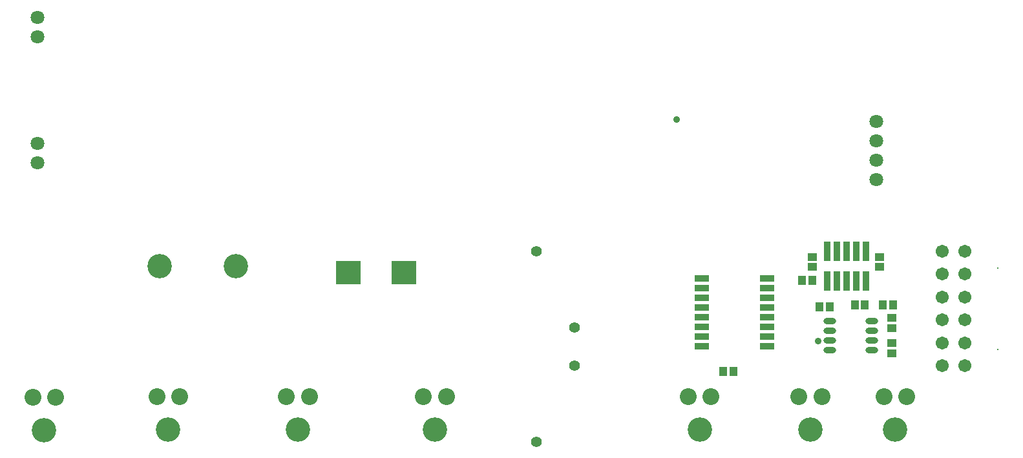
<source format=gbr>
%TF.GenerationSoftware,Altium Limited,Altium Designer,19.1.8 (144)*%
G04 Layer_Color=8388736*
%FSLAX26Y26*%
%MOIN*%
%TF.FileFunction,Soldermask,Top*%
%TF.Part,Single*%
G01*
G75*
%TA.AperFunction,SMDPad,CuDef*%
%ADD62R,0.043433X0.047370*%
%ADD64R,0.041465X0.045402*%
%ADD66R,0.045402X0.041465*%
%TA.AperFunction,ComponentPad*%
%ADD83C,0.126110*%
%ADD84C,0.086740*%
%ADD85C,0.070992*%
%ADD86C,0.008000*%
%ADD87C,0.067055*%
%ADD88C,0.055244*%
%TA.AperFunction,ViaPad*%
%ADD89C,0.035559*%
%TA.AperFunction,SMDPad,CuDef*%
%ADD90R,0.037921X0.102488*%
%ADD91O,0.065087X0.031622*%
%ADD92R,0.073748X0.037921*%
%ADD93R,0.126110X0.122173*%
D62*
X3578976Y3008228D02*
D03*
X3632126D02*
D03*
X3995118Y2883071D02*
D03*
X4048268D02*
D03*
X3723110Y2872283D02*
D03*
X3669961D02*
D03*
D64*
X3172840Y2540238D02*
D03*
X3224021D02*
D03*
X3850079Y2883071D02*
D03*
X3901260D02*
D03*
D66*
X3978454Y3129910D02*
D03*
Y3078729D02*
D03*
X4040394Y2684252D02*
D03*
Y2633071D02*
D03*
X3631145Y3130591D02*
D03*
Y3079410D02*
D03*
X4040394Y2763071D02*
D03*
Y2814252D02*
D03*
D83*
X-330147Y2236486D02*
D03*
X310000Y2240000D02*
D03*
X977889Y2239161D02*
D03*
X266364Y3082771D02*
D03*
X660065D02*
D03*
X3050945Y2240000D02*
D03*
X3622244D02*
D03*
X4059646D02*
D03*
X1685000D02*
D03*
D84*
X-389202Y2406565D02*
D03*
X-271092D02*
D03*
X250945Y2410079D02*
D03*
X369055D02*
D03*
X918834Y2409240D02*
D03*
X1036944D02*
D03*
X2991890Y2410079D02*
D03*
X3110000D02*
D03*
X3563189D02*
D03*
X3681299D02*
D03*
X4000591D02*
D03*
X4118701D02*
D03*
X1625945D02*
D03*
X1744055D02*
D03*
D85*
X3961732Y3530276D02*
D03*
Y3630276D02*
D03*
Y3730276D02*
D03*
Y3830276D02*
D03*
X-363268Y3715276D02*
D03*
Y3615276D02*
D03*
Y4365276D02*
D03*
Y4265276D02*
D03*
D86*
X4590000Y3073976D02*
D03*
Y2653504D02*
D03*
D87*
X4301811Y3159016D02*
D03*
Y3040905D02*
D03*
Y2922795D02*
D03*
Y2804685D02*
D03*
Y2686575D02*
D03*
Y2568465D02*
D03*
X4419921Y3159016D02*
D03*
Y3040905D02*
D03*
Y2922795D02*
D03*
Y2804685D02*
D03*
Y2686575D02*
D03*
Y2568465D02*
D03*
D88*
X2208150Y2176299D02*
D03*
X2405000Y2570000D02*
D03*
X2208150Y3160551D02*
D03*
X2405000Y2766850D02*
D03*
D89*
X3661417Y2696850D02*
D03*
X2933071Y3838583D02*
D03*
D90*
X3910000Y3159016D02*
D03*
Y3005472D02*
D03*
X3860000Y3159016D02*
D03*
Y3005472D02*
D03*
X3810000Y3159016D02*
D03*
Y3005472D02*
D03*
X3760000Y3159016D02*
D03*
Y3005472D02*
D03*
X3710000Y3159016D02*
D03*
Y3005472D02*
D03*
D91*
X3723110Y2798071D02*
D03*
Y2748071D02*
D03*
Y2698071D02*
D03*
Y2648071D02*
D03*
X3937677Y2798071D02*
D03*
Y2748071D02*
D03*
Y2698071D02*
D03*
Y2648071D02*
D03*
D92*
X3397953Y2670551D02*
D03*
Y2720551D02*
D03*
Y2770551D02*
D03*
Y2820551D02*
D03*
Y2870551D02*
D03*
Y2920551D02*
D03*
Y2970551D02*
D03*
Y3020551D02*
D03*
X3062126D02*
D03*
Y2970551D02*
D03*
Y2920551D02*
D03*
Y2870551D02*
D03*
Y2820551D02*
D03*
Y2770551D02*
D03*
Y2720551D02*
D03*
Y2670551D02*
D03*
D93*
X1237724Y3048374D02*
D03*
X1525126D02*
D03*
%TF.MD5,c0da217a97aab8f5804290c34b04d220*%
M02*

</source>
